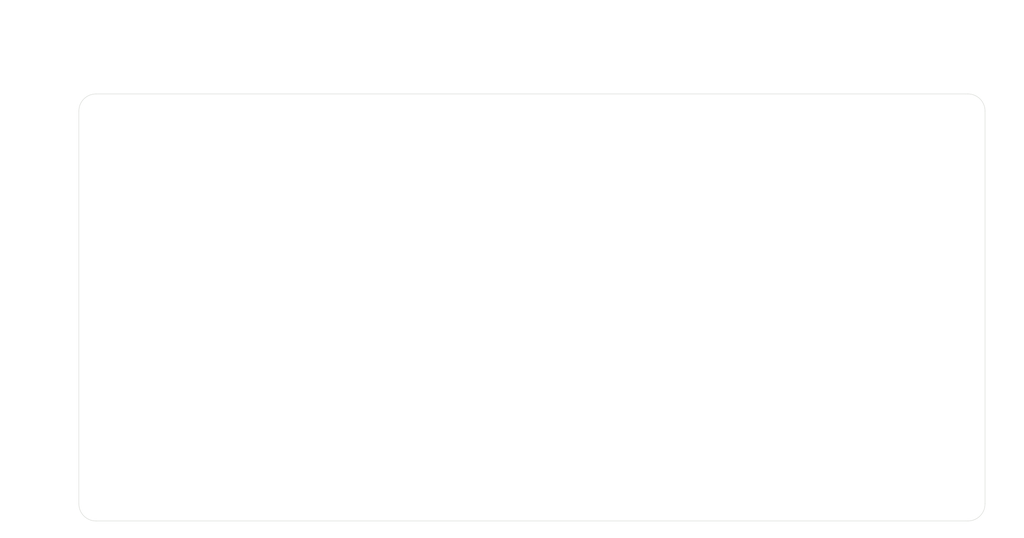
<source format=kicad_pcb>
(kicad_pcb (version 20241229) (generator "pcbnew") (generator_version "9.0")
  (layers (0 "F.Cu" signal) (2 "B.Cu" signal) (13 "F.Paste" user) (15 "B.Paste" user) (5 "F.SilkS" user "F.Silkscreen") (7 "B.SilkS" user "B.Silkscreen") (1 "F.Mask" user) (3 "B.Mask" user) (25 "Edge.Cuts" user))
  (net 0 "")
  (footprint "MountingHole:MountingHole_2.2mm_M2" (layer "F.Cu") (at 49 94)
    (property "Reference" "H1" (hide yes))
    (property "Value" "MountingHole_M3")
    (pad "" np_thru_hole circle (at 0 0) (size 2.2 2.2) (drill 2.2) (layers "*.Cu" "*.Mask"))
  )
  (footprint "MountingHole:MountingHole_2.2mm_M2" (layer "F.Cu") (at 49 140)
    (property "Reference" "H4" (hide yes))
    (property "Value" "MountingHole_M3")
    (pad "" np_thru_hole circle (at 0 0) (size 2.2 2.2) (drill 2.2) (layers "*.Cu" "*.Mask"))
  )
  (footprint "MountingHole:MountingHole_2.2mm_M2" (layer "F.Cu") (at 151 140)
    (property "Reference" "H3" (hide yes))
    (property "Value" "MountingHole_M3")
    (pad "" np_thru_hole circle (at 0 0) (size 2.2 2.2) (drill 2.2) (layers "*.Cu" "*.Mask"))
  )
  (footprint "MountingHole:MountingHole_2.2mm_M2" (layer "F.Cu") (at 151 94)
    (property "Reference" "H2" (hide yes))
    (property "Value" "MountingHole_M3")
    (pad "" np_thru_hole circle (at 0 0) (size 2.2 2.2) (drill 2.2) (layers "*.Cu" "*.Mask"))
  )
  (gr_line (start 49 92) (end 151 92) (stroke (width 0.05)) (layer "Edge.Cuts"))
  (gr_line (start 47 140) (end 47 94) (stroke (width 0.05)) (layer "Edge.Cuts"))
  (gr_arc (start 153 140) (mid 152.414214 141.414214) (end 151 142) (stroke (width 0.05)) (layer "Edge.Cuts"))
  (gr_arc (start 49 142) (mid 47.585786 141.414214) (end 47 140) (stroke (width 0.05)) (layer "Edge.Cuts"))
  (gr_arc (start 47 94) (mid 47.585786 92.585786) (end 49 92) (stroke (width 0.05)) (layer "Edge.Cuts"))
  (gr_line (start 151 142) (end 49 142) (stroke (width 0.05)) (layer "Edge.Cuts"))
  (gr_arc (start 151 92) (mid 152.414214 92.585786) (end 153 94) (stroke (width 0.05)) (layer "Edge.Cuts"))
  (gr_line (start 153 94) (end 153 140) (stroke (width 0.05)) (layer "Edge.Cuts"))
)
</source>
